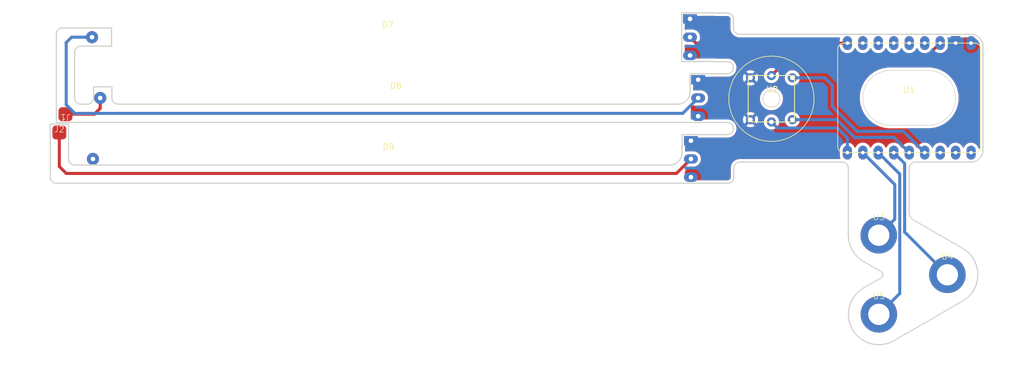
<source format=kicad_pcb>
(kicad_pcb (version 20240108) (generator "pcbnew") (generator_version "8.0")
  (layers (0 "F.Cu" signal) (31 "B.Cu" signal) (34 "B.Paste" user) (35 "F.Paste" user) (36 "B.SilkS" user "B.Silkscreen") (37 "F.SilkS" user "F.Silkscreen") (38 "B.Mask" user) (39 "F.Mask" user) (44 "Edge.Cuts" user))
  (net 0 "")
  (net 2 "Net-(U1-GPIO9)")
  (net 5 "Net-(D7-Din)")
  (net 8 "Net-(U1-GPIO8)")
  (net 12 "Net-(U1-GPIO11)")
  (net 13 "Net-(U1-GPIO10)")
  (net 14 "Net-(U1-GPIO12)")
  (net 15 "Net-(U1-3.3V)")
  (net 16 "Net-(U1-GPIO7)")
  (net 17 "Net-(D7-Dout)")
  (net 19 "Net-(D9-Din)")
  (net 20 "+5V")
  (net 21 "GND")
  (net 22 "Net-(D8-Dout)")
  (footprint "Waveshare_ESP32_S3_mini:LED strip ghost" (layer "F.Cu") (at 84.26 55.28)
    (property "Reference" "D7" (at 49.675 2 0) (layer "F.SilkS"))
    (property "Value" "~")
    (pad "1" thru_hole rect (at 99.35 1) (size 2.286 1.524) (drill 0.75) (layers "*.Cu" "*.Mask") (net 21 "GND"))
    (pad "2" thru_hole roundrect (at 99.35 7) (size 2.286 1.524) (drill 0.75) (layers "*.Cu" "*.Mask") (roundrect_rratio 0.5) (net 20 "+5V"))
    (pad "3" thru_hole roundrect (at 99.35 4) (size 2.286 1.524) (drill 0.75) (layers "*.Cu" "*.Mask") (roundrect_rratio 0.5) (net 5 "Net-(D7-Din)"))
    (pad "4" thru_hole circle (at 1.1 4) (size 2 2) (drill 0.75) (layers "*.Cu" "*.Mask") (net 17 "Net-(D7-Dout)"))
  )
  (footprint "Waveshare_ESP32_S3_mini:Cap touch sensor" (layer "F.Cu") (at 225.900678 98.321561)
    (property "Reference" "U4" (at 0 -3 0) (layer "F.SilkS") (effects (font (thickness 0.1))))
    (property "Value" "~")
    (pad "1" thru_hole circle (at 0 0) (size 6 6) (drill 3.5) (layers "*.Cu" "*.Mask") (net 13 "Net-(U1-GPIO10)"))
  )
  (footprint "Waveshare_ESP32_S3_mini:jumper pad" (layer "F.Cu") (at 80.987807 71.930681 180)
    (property "Reference" "J1" (at 0 -0.5 180) (layer "F.SilkS") (effects (font (thickness 0.1))))
    (property "Value" "~")
    (pad "1" smd roundrect (at 0 0 180) (size 2.286 2.286) (layers "F.Cu" "F.Paste" "F.Mask") (net 22 "Net-(D8-Dout)"))
  )
  (footprint "Waveshare_ESP32_S3_mini:jumper pad" (layer "F.Cu") (at 79.987807 74.930681)
    (property "Reference" "J2" (at 0 -0.5 0) (layer "F.SilkS") (effects (font (thickness 0.1))))
    (property "Value" "~")
    (pad "1" smd roundrect (at 0 0) (size 2.286 2.286) (layers "F.Cu" "F.Paste" "F.Mask") (net 19 "Net-(D9-Din)"))
  )
  (footprint "Waveshare_ESP32_S3_mini:LED strip ghost" (layer "F.Cu") (at 84.41 75.29)
    (property "Reference" "D9" (at 49.675 2 0) (layer "F.SilkS"))
    (property "Value" "~")
    (pad "1" thru_hole rect (at 99.35 1) (size 2.286 1.524) (drill 0.75) (layers "*.Cu" "*.Mask") (net 21 "GND"))
    (pad "2" thru_hole roundrect (at 99.35 7) (size 2.286 1.524) (drill 0.75) (layers "*.Cu" "*.Mask") (roundrect_rratio 0.5) (net 20 "+5V"))
    (pad "3" thru_hole roundrect (at 99.35 4) (size 2.286 1.524) (drill 0.75) (layers "*.Cu" "*.Mask") (roundrect_rratio 0.5) (net 19 "Net-(D9-Din)"))
    (pad "4" thru_hole circle (at 1.1 4) (size 2 2) (drill 0.75) (layers "*.Cu" "*.Mask"))
  )
  (footprint "Waveshare_ESP32_S3_mini:Cap touch sensor" (layer "F.Cu") (at 214.6219 91.821729)
    (property "Reference" "U3" (at 0 -3 0) (layer "F.SilkS") (effects (font (thickness 0.1))))
    (property "Value" "~")
    (pad "1" thru_hole circle (at 0 0) (size 6 6) (drill 3.5) (layers "*.Cu" "*.Mask") (net 8 "Net-(U1-GPIO8)"))
  )
  (footprint "Waveshare_ESP32_S3_mini:LED strip ghost" (layer "F.Cu") (at 85.6 65.27)
    (property "Reference" "D8" (at 49.675 2 0) (layer "F.SilkS"))
    (property "Value" "~")
    (pad "1" thru_hole rect (at 99.35 1) (size 2.286 1.524) (drill 0.75) (layers "*.Cu" "*.Mask") (net 21 "GND"))
    (pad "2" thru_hole roundrect (at 99.35 7) (size 2.286 1.524) (drill 0.75) (layers "*.Cu" "*.Mask") (roundrect_rratio 0.5) (net 20 "+5V"))
    (pad "3" thru_hole roundrect (at 99.35 4) (size 2.286 1.524) (drill 0.75) (layers "*.Cu" "*.Mask") (roundrect_rratio 0.5) (net 17 "Net-(D7-Dout)"))
    (pad "4" thru_hole circle (at 1.1 4) (size 2 2) (drill 0.75) (layers "*.Cu" "*.Mask") (net 22 "Net-(D8-Dout)"))
  )
  (footprint "Waveshare_ESP32_S3_mini:WS-ESP32-S3-Mini" (layer "F.Cu") (at 231.38 60.25 -90)
    (property "Reference" "U1" (at 7.7 11.8 0) (layer "F.SilkS"))
    (property "Value" "~")
    (fp_line (start 4.5 14.875) (end 4.5 8.625) (stroke (width 0.1)) (layer "Edge.Cuts"))
    (fp_line (start 13.5 8.625) (end 13.5 14.875) (stroke (width 0.1)) (layer "Edge.Cuts"))
    (fp_arc (start 9 19.375) (mid 5.818019 18.056981) (end 4.5 14.875) (stroke (width 0.1)) (layer "Edge.Cuts"))
    (fp_arc (start 13.5 14.875) (mid 12.181981 18.056981) (end 9 19.375) (stroke (width 0.1)) (layer "Edge.Cuts"))
    (fp_arc (start 4.5 8.625) (mid 5.818019 5.443019) (end 9 4.125) (stroke (width 0.1)) (layer "Edge.Cuts"))
    (fp_arc (start 9 4.125) (mid 12.181981 5.443019) (end 13.5 8.625) (stroke (width 0.1)) (layer "Edge.Cuts"))
    (pad "1" thru_hole roundrect (at 0 1.59 270) (size 2.286 1.524) (drill 0.6) (layers "*.Cu" "*.Mask") (roundrect_rratio 0.5) (net 20 "+5V"))
    (pad "2" thru_hole rect (at 0 4.13 270) (size 2.286 1.524) (drill 0.6) (layers "*.Cu" "*.Mask") (net 21 "GND"))
    (pad "3" thru_hole roundrect (at 0 6.67 270) (size 2.286 1.524) (drill 0.6) (layers "*.Cu" "*.Mask") (roundrect_rratio 0.5) (net 15 "Net-(U1-3.3V)"))
    (pad "4" thru_hole roundrect (at 0 9.21 270) (size 2.286 1.524) (drill 0.6) (layers "*.Cu" "*.Mask") (roundrect_rratio 0.5))
    (pad "5" thru_hole roundrect (at 0 11.75 270) (size 2.286 1.524) (drill 0.6) (layers "*.Cu" "*.Mask") (roundrect_rratio 0.5))
    (pad "6" thru_hole roundrect (at 0 14.29 270) (size 2.286 1.524) (drill 0.6) (layers "*.Cu" "*.Mask") (roundrect_rratio 0.5))
    (pad "7" thru_hole roundrect (at 0 16.83 270) (size 2.286 1.524) (drill 0.6) (layers "*.Cu" "*.Mask") (roundrect_rratio 0.5))
    (pad "8" thru_hole roundrect (at 0 19.37 270) (size 2.286 1.524) (drill 0.6) (layers "*.Cu" "*.Mask") (roundrect_rratio 0.5))
    (pad "9" thru_hole roundrect (at 0 21.91 270) (size 2.286 1.524) (drill 0.6) (layers "*.Cu" "*.Mask") (roundrect_rratio 0.5) (net 5 "Net-(D7-Din)"))
    (pad "10" thru_hole roundrect (at 18 1.59 270) (size 2.286 1.524) (drill 0.6) (layers "*.Cu" "*.Mask") (roundrect_rratio 0.5))
    (pad "11" thru_hole roundrect (at 18 4.13 270) (size 2.286 1.524) (drill 0.6) (layers "*.Cu" "*.Mask") (roundrect_rratio 0.5))
    (pad "12" thru_hole roundrect (at 18 6.67 270) (size 2.286 1.524) (drill 0.6) (layers "*.Cu" "*.Mask") (roundrect_rratio 0.5))
    (pad "13" thru_hole roundrect (at 18 9.21 270) (size 2.286 1.524) (drill 0.6) (layers "*.Cu" "*.Mask") (roundrect_rratio 0.5) (net 14 "Net-(U1-GPIO12)"))
    (pad "14" thru_hole roundrect (at 18 11.75 270) (size 2.286 1.524) (drill 0.6) (layers "*.Cu" "*.Mask") (roundrect_rratio 0.5) (net 12 "Net-(U1-GPIO11)"))
    (pad "15" thru_hole roundrect (at 18 14.29 270) (size 2.286 1.524) (drill 0.6) (layers "*.Cu" "*.Mask") (roundrect_rratio 0.5) (net 13 "Net-(U1-GPIO10)"))
    (pad "16" thru_hole roundrect (at 18 16.83 270) (size 2.286 1.524) (drill 0.6) (layers "*.Cu" "*.Mask") (roundrect_rratio 0.5) (net 2 "Net-(U1-GPIO9)"))
    (pad "17" thru_hole roundrect (at 18 19.37 270) (size 2.286 1.524) (drill 0.6) (layers "*.Cu" "*.Mask") (roundrect_rratio 0.5) (net 8 "Net-(U1-GPIO8)"))
    (pad "18" thru_hole roundrect (at 18 21.91 270) (size 2.286 1.524) (drill 0.6) (layers "*.Cu" "*.Mask") (roundrect_rratio 0.5) (net 16 "Net-(U1-GPIO7)"))
  )
  (footprint "Waveshare_ESP32_S3_mini:Cap touch sensor" (layer "F.Cu") (at 214.642682 104.821332)
    (property "Reference" "U5" (at 0 -3 0) (layer "F.SilkS") (effects (font (thickness 0.1))))
    (property "Value" "~")
    (pad "1" thru_hole circle (at 0 0) (size 6 6) (drill 3.5) (layers "*.Cu" "*.Mask") (net 2 "Net-(U1-GPIO9)"))
  )
  (footprint "Waveshare_ESP32_S3_mini:INMP441" (layer "F.Cu") (at 196.987807 69.395)
    (property "Reference" "U2" (at 0.1 -1.5 0) (layer "F.SilkS"))
    (property "Value" "~")
    (fp_circle (center 0 0) (end 1.4 0) (stroke (width 0.12)) (fill none) (layer "Edge.Cuts"))
    (pad "1" thru_hole circle (at -3.435 -3.435 270) (size 1.5 1.5) (drill 0.75) (layers "*.Cu" "*.Mask") (net 21 "GND"))
    (pad "2" thru_hole circle (at 0 -3.81 270) (size 1.5 1.5) (drill 0.75) (layers "*.Cu" "*.Mask") (net 15 "Net-(U1-3.3V)"))
    (pad "3" thru_hole circle (at 3.435 -3.435 270) (size 1.5 1.5) (drill 0.75) (layers "*.Cu" "*.Mask") (net 14 "Net-(U1-GPIO12)"))
    (pad "4" thru_hole circle (at -3.435 3.435 270) (size 1.5 1.5) (drill 0.75) (layers "*.Cu" "*.Mask") (net 21 "GND"))
    (pad "5" thru_hole circle (at 0 3.81 270) (size 1.5 1.5) (drill 0.75) (layers "*.Cu" "*.Mask") (net 16 "Net-(U1-GPIO7)"))
    (pad "6" thru_hole circle (at 3.435 3.435 270) (size 1.5 1.5) (drill 0.75) (layers "*.Cu" "*.Mask") (net 12 "Net-(U1-GPIO11)"))
  )
  (gr_poly (pts (xy 187.749052 55.302842) (xy 189.74893 55.302842) (xy 189.800401 55.304151) (xy 189.851195 55.308022) (xy 189.90125 55.314391) (xy 189.950503 55.323196) (xy 189.998891 55.334374) (xy 190.046352 55.347861) (xy 190.092823 55.363596) (xy 190.13824 55.381515) (xy 190.182541 55.401555) (xy 190.225663 55.423653) (xy 190.267543 55.447747) (xy 190.308119 55.473773) (xy 190.347327 55.501669) (xy 190.385105 55.531373) (xy 190.421389 55.562819) (xy 190.456118 55.595947) (xy 190.489228 55.630693) (xy 190.520656 55.666995) (xy 190.550339 55.704788) (xy 190.578215 55.744012) (xy 190.60422 55.784601) (xy 190.628293 55.826495) (xy 190.650369 55.869629) (xy 190.670387 55.913942) (xy 190.688283 55.959369) (xy 190.703995 56.005849) (xy 190.717459 56.053317) (xy 190.728613 56.101713) (xy 190.737394 56.150971) (xy 190.743738 56.201031) (xy 190.747585 56.251828) (xy 190.748869 56.3033) (xy 190.748869 57.80351) (xy 190.750146 57.854984) (xy 190.753984 57.905784) (xy 190.760322 57.955845) (xy 190.769097 58.005106) (xy 190.780245 58.053503) (xy 190.793705 58.100974) (xy 190.809412 58.147456) (xy 190.827304 58.192885) (xy 190.847319 58.237198) (xy 190.869393 58.280334) (xy 190.893463 58.322229) (xy 190.919467 58.36282) (xy 190.947342 58.402044) (xy 190.977025 58.439838) (xy 191.008453 58.47614) (xy 191.041563 58.510886) (xy 191.076293 58.544014) (xy 191.112579 58.575461) (xy 191.150358 58.605163) (xy 191.189569 58.633059) (xy 191.230147 58.659085) (xy 191.27203 58.683178) (xy 191.315155 58.705275) (xy 191.35946 58.725313) (xy 191.404881 58.74323) (xy 191.451356 58.758963) (xy 191.498821 58.772448) (xy 191.547214 58.783623) (xy 191.596473 58.792425) (xy 191.646533 58.798791) (xy 191.697332 58.802658) (xy 191.748808 58.803964) (xy 229.742857 58.803964) (xy 229.846079 58.806556) (xy 229.94791 58.814251) (xy 230.048227 58.826925) (xy 230.146907 58.844453) (xy 230.243826 58.866713) (xy 230.338859 58.89358) (xy 230.431884 58.924931) (xy 230.522776 58.960641) (xy 230.611413 59.000587) (xy 230.697669 59.044646) (xy 230.781421 59.092694) (xy 230.862546 59.144606) (xy 230.94092 59.200259) (xy 231.016419 59.259529) (xy 231.088919 59.322293) (xy 231.158297 59.388426) (xy 231.224429 59.457806) (xy 231.287191 59.530307) (xy 231.346459 59.605807) (xy 231.40211 59.684181) (xy 231.45402 59.765307) (xy 231.502066 59.849059) (xy 231.546122 59.935315) (xy 231.586067 60.02395) (xy 231.621776 60.114841) (xy 231.653124 60.207864) (xy 231.67999 60.302895) (xy 231.702248 60.39981) (xy 231.719776 60.498487) (xy 231.732448 60.5988) (xy 231.740143 60.700626) (xy 231.742735 60.803842) (xy 231.742735 77.804357) (xy 231.742068 77.856043) (xy 231.740085 77.907369) (xy 231.73681 77.958327) (xy 231.732268 78.008913) (xy 231.726484 78.059122) (xy 231.719484 78.108948) (xy 231.711292 78.158387) (xy 231.701933 78.207433) (xy 231.701933 78.207951) (xy 231.691372 78.256586) (xy 231.679637 78.304787) (xy 231.666748 78.352532) (xy 231.652724 78.399799) (xy 231.637583 78.446565) (xy 231.621347 78.492809) (xy 231.604033 78.538507) (xy 231.585661 78.583638) (xy 231.585661 78.584157) (xy 231.566224 78.62874) (xy 231.545747 78.672741) (xy 231.524245 78.716145) (xy 231.501732 78.758938) (xy 231.478224 78.801104) (xy 231.453736 78.842628) (xy 231.428283 78.883495) (xy 231.401881 78.92369) (xy 231.374544 78.963198) (xy 231.346288 79.002005) (xy 231.317127 79.040094) (xy 231.287078 79.077451) (xy 231.256154 79.114061) (xy 231.224372 79.149909) (xy 231.191747 79.18498) (xy 231.158293 79.219258) (xy 231.088915 79.285423) (xy 231.016419 79.348221) (xy 230.940927 79.40753) (xy 230.862562 79.463223) (xy 230.781448 79.515178) (xy 230.697707 79.563268) (xy 230.611462 79.607369) (xy 230.522837 79.647357) (xy 230.431954 79.683108) (xy 230.338936 79.714496) (xy 230.243907 79.741397) (xy 230.146989 79.763686) (xy 230.048305 79.781239) (xy 229.947978 79.793931) (xy 229.846131 79.801638) (xy 229.742888 79.804234) (xy 220.6239 79.804231) (xy 220.572438 79.805532) (xy 220.521651 79.809393) (xy 220.471603 79.815752) (xy 220.422356 79.824546) (xy 220.373973 79.835712) (xy 220.326516 79.849187) (xy 220.28005 79.864909) (xy 220.234636 79.882814) (xy 220.190337 79.90284) (xy 220.147216 79.924923) (xy 220.105337 79.949002) (xy 220.064761 79.975013) (xy 220.025552 80.002894) (xy 219.987773 80.032581) (xy 219.951486 80.064011) (xy 219.916754 80.097123) (xy 219.88364 80.131853) (xy 219.852208 80.168138) (xy 219.822519 80.205915) (xy 219.794636 80.245123) (xy 219.768624 80.285696) (xy 219.744543 80.327574) (xy 219.722458 80.370693) (xy 219.70243 80.41499) (xy 219.684523 80.460403) (xy 219.6688 80.506868) (xy 219.655324 80.554323) (xy 219.644157 80.602705) (xy 219.635362 80.651951) (xy 219.629002 80.701998) (xy 219.62514 80.752784) (xy 219.623839 80.804246) (xy 219.623625 88.07507) (xy 219.624432 88.123657) (xy 219.626845 88.171979) (xy 219.630845 88.220004) (xy 219.636414 88.267697) (xy 219.643531 88.315025) (xy 219.652178 88.361957) (xy 219.662336 88.408458) (xy 219.673985 88.454495) (xy 219.687107 88.500036) (xy 219.701681 88.545046) (xy 219.717689 88.589493) (xy 219.735112 88.633344) (xy 219.753931 88.676565) (xy 219.774125 88.719124) (xy 219.795678 88.760987) (xy 219.818568 88.802121) (xy 219.842776 88.842493) (xy 219.868285 88.88207) (xy 219.895074 88.920818) (xy 219.923124 88.958705) (xy 219.952417 88.995697) (xy 219.982932 89.031761) (xy 220.014652 89.066864) (xy 220.047556 89.100972) (xy 220.081625 89.134054) (xy 220.116841 89.166075) (xy 220.153184 89.197002) (xy 220.190634 89.226803) (xy 220.229174 89.255443) (xy 220.268783 89.28289) (xy 220.309443 89.309111) (xy 220.351134 89.334073) (xy 228.398771 93.971845) (xy 228.398253 93.972844) (xy 228.681625 94.148882) (xy 228.950544 94.341797) (xy 229.204483 94.550676) (xy 229.442914 94.774608) (xy 229.66531 95.01268) (xy 229.871143 95.26398) (xy 230.059887 95.527596) (xy 230.231013 95.802615) (xy 230.383994 96.088126) (xy 230.518302 96.383217) (xy 230.633411 96.686975) (xy 230.728792 96.998487) (xy 230.803918 97.316843) (xy 230.858263 97.641129) (xy 230.891297 97.970434) (xy 230.902495 98.303845) (xy 230.899725 98.470912) (xy 230.891435 98.637069) (xy 230.877692 98.802204) (xy 230.858561 98.966202) (xy 230.834108 99.12895) (xy 230.804399 99.290333) (xy 230.769499 99.450238) (xy 230.729475 99.60855) (xy 230.684391 99.765157) (xy 230.634314 99.919944) (xy 230.57931 100.072797) (xy 230.519444 100.223603) (xy 230.454781 100.372247) (xy 230.385389 100.518615) (xy 230.311332 100.662594) (xy 230.232676 100.80407) (xy 230.149487 100.94293) (xy 230.061831 101.079058) (xy 229.969773 101.212341) (xy 229.87338 101.342666) (xy 229.772716 101.469918) (xy 229.667849 101.593984) (xy 229.558842 101.714749) (xy 229.445763 101.8321) (xy 229.328677 101.945924) (xy 229.20765 102.056105) (xy 229.082748 102.162531) (xy 228.954035 102.265086) (xy 228.821579 102.363659) (xy 228.685444 102.458134) (xy 228.545697 102.548397) (xy 228.402403 102.634335) (xy 217.144163 109.133679) (xy 217.138182 109.124371) (xy 216.99499 109.204666) (xy 216.849519 109.280078) (xy 216.701893 109.350573) (xy 216.552241 109.416117) (xy 216.400688 109.476676) (xy 216.24736 109.532215) (xy 216.092383 109.582699) (xy 215.935885 109.628095) (xy 215.77799 109.668367) (xy 215.618826 109.703481) (xy 215.458519 109.733403) (xy 215.297195 109.758098) (xy 215.13498 109.777532) (xy 214.972001 109.79167) (xy 214.808384 109.800478) (xy 214.644255 109.803922) (xy 214.386939 109.797425) (xy 214.133002 109.778124) (xy 213.882756 109.746334) (xy 213.636517 109.702368) (xy 213.394598 109.64654) (xy 213.157314 109.579166) (xy 212.924978 109.500558) (xy 212.697906 109.411032) (xy 212.476411 109.310901) (xy 212.260807 109.20048) (xy 212.051409 109.080082) (xy 211.848532 108.950023) (xy 211.652488 108.810616) (xy 211.463592 108.662176) (xy 211.28216 108.505016) (xy 211.108504 108.339451) (xy 210.942938 108.165795) (xy 210.785779 107.984362) (xy 210.637338 107.795467) (xy 210.497931 107.599424) (xy 210.367872 107.396547) (xy 210.247475 107.187149) (xy 210.137054 106.971546) (xy 210.036924 106.750052) (xy 209.947398 106.52298) (xy 209.868791 106.290645) (xy 209.801417 106.053362) (xy 209.745591 105.811443) (xy 209.701626 105.565205) (xy 209.669836 105.31496) (xy 209.650537 105.061023) (xy 209.644041 104.803708) (xy 209.64726 104.636885) (xy 209.655981 104.470982) (xy 209.670137 104.306111) (xy 209.689663 104.142388) (xy 209.714494 103.979924) (xy 209.744563 103.818833) (xy 209.779805 103.659229) (xy 209.820154 103.501225) (xy 209.865545 103.344933) (xy 209.915912 103.190467) (xy 209.971188 103.037941) (xy 210.031309 102.887468) (xy 210.096209 102.739161) (xy 210.165821 102.593134) (xy 210.240081 102.449499) (xy 210.318922 102.30837) (xy 210.402279 102.16986) (xy 210.490086 102.034083) (xy 210.582277 101.901152) (xy 210.678787 101.771179) (xy 210.77955 101.64428) (xy 210.8845 101.520566) (xy 210.993572 101.400151) (xy 211.106699 101.283148) (xy 211.223817 101.169671) (xy 211.344858 101.059832) (xy 211.469759 100.953746) (xy 211.598452 100.851526) (xy 211.730872 100.753284) (xy 211.866954 100.659134) (xy 212.006632 100.569189) (xy 212.14984 100.483563) (xy 212.143828 100.47376) (xy 214.981261 98.835561) (xy 215.015724 98.814105) (xy 215.048428 98.790597) (xy 215.079307 98.765149) (xy 215.108299 98.737871) (xy 215.135338 98.708874) (xy 215.16036 98.67827) (xy 215.183302 98.64617) (xy 215.2041 98.612683) (xy 215.222689 98.577922) (xy 215.239005 98.541998) (xy 215.252984 98.505021) (xy 215.264562 98.467103) (xy 215.273675 98.428353) (xy 215.280259 98.388885) (xy 215.284249 98.348807) (xy 215.285582 98.308232) (xy 215.285237 98.28789) (xy 215.28422 98.267658) (xy 215.282539 98.247552) (xy 215.280202 98.227584) (xy 215.277216 98.207769) (xy 215.273589 98.18812) (xy 215.269331 98.168652) (xy 215.264448 98.149377) (xy 215.25895 98.130311) (xy 215.252843 98.111467) (xy 215.246136 98.092859) (xy 215.238836 98.074501) (xy 215.230953 98.056406) (xy 215.222494 98.038588) (xy 215.213466 98.021062) (xy 215.203879 98.003841) (xy 215.193739 97.98694) (xy 215.183056 97.970371) (xy 215.171836 97.954149) (xy 215.160089 97.938287) (xy 215.147822 97.9228) (xy 215.135043 97.907702) (xy 215.12176 97.893006) (xy 215.107981 97.878726) (xy 215.093714 97.864876) (xy 215.078968 97.85147) (xy 215.06375 97.838522) (xy 215.048068 97.826045) (xy 215.03193 97.814054) (xy 215.015345 97.802562) (xy 214.99832 97.791584) (xy 214.980864 97.781133) (xy 212.141753 96.144826) (xy 212.14276 96.142728) (xy 211.861673 95.969245) (xy 211.594683 95.779152) (xy 211.342309 95.573332) (xy 211.10507 95.352668) (xy 210.883486 95.118041) (xy 210.678074 94.870335) (xy 210.489355 94.610432) (xy 210.317846 94.339215) (xy 210.164069 94.057565) (xy 210.028541 93.766366) (xy 209.911782 93.4665) (xy 209.81431 93.158849) (xy 209.736646 92.844296) (xy 209.679307 92.523724) (xy 209.642813 92.198015) (xy 209.627684 91.868051) (xy 209.622679 91.868051) (xy 209.622679 80.803666) (xy 209.62145 80.754079) (xy 209.617785 80.704828) (xy 209.611718 80.655996) (xy 209.603284 80.607664) (xy 209.592516 80.559915) (xy 209.579448 80.51283) (xy 209.564114 80.466492) (xy 209.546549 80.420981) (xy 209.526786 80.376382) (xy 209.50486 80.332774) (xy 209.480804 80.290241) (xy 209.454653 80.248864) (xy 209.42644 80.208725) (xy 209.396199 80.169907) (xy 209.363965 80.132491) (xy 209.329771 80.096559) (xy 209.29384 80.062365) (xy 209.256424 80.030131) (xy 209.217606 79.999891) (xy 209.177467 79.971679) (xy 209.13609 79.945529) (xy 209.093557 79.921474) (xy 209.04995 79.89955) (xy 209.00535 79.879789) (xy 208.959841 79.862226) (xy 208.913503 79.846894) (xy 208.866419 79.833828) (xy 208.818671 79.823062) (xy 208.770341 79.814629) (xy 208.721511 79.808563) (xy 208.672263 79.804899) (xy 208.622679 79.80367) (xy 191.800993 79.80367) (xy 191.749537 79.804974) (xy 191.698757 79.808838) (xy 191.648714 79.815199) (xy 191.599473 79.823994) (xy 191.551097 79.835162) (xy 191.503646 79.848638) (xy 191.457186 79.86436) (xy 191.411778 79.882265) (xy 191.367486 79.90229) (xy 191.324371 79.924373) (xy 191.282498 79.948451) (xy 191.241928 79.97446) (xy 191.202725 80.002339) (xy 191.164951 80.032024) (xy 191.128669 80.063453) (xy 191.093943 80.096561) (xy 191.060834 80.131288) (xy 191.029406 80.16757) (xy 190.999721 80.205344) (xy 190.971843 80.244547) (xy 190.945833 80.285117) (xy 190.921756 80.32699) (xy 190.899673 80.370105) (xy 190.879648 80.414397) (xy 190.861743 80.459805) (xy 190.846021 80.506265) (xy 190.832545 80.553715) (xy 190.821378 80.602091) (xy 190.812583 80.651332) (xy 190.806222 80.701373) (xy 190.802358 80.752153) (xy 190.801054 80.803609) (xy 190.801054 82.283105) (xy 190.79975 82.33456) (xy 190.795887 82.385339) (xy 190.789526 82.43538) (xy 190.78073 82.48462) (xy 190.769563 82.532996) (xy 190.756087 82.580445) (xy 190.740365 82.626905) (xy 190.72246 82.672312) (xy 190.702435 82.716604) (xy 190.680353 82.759719) (xy 190.656275 82.801592) (xy 190.630266 82.842161) (xy 190.602387 82.881364) (xy 190.572703 82.919138) (xy 190.541274 82.95542) (xy 190.508166 82.990147) (xy 190.473439 83.023256) (xy 190.437157 83.054684) (xy 190.399384 83.084369) (xy 190.36018 83.112248) (xy 190.319611 83.138258) (xy 190.277737 83.162336) (xy 190.234623 83.184419) (xy 190.19033 83.204445) (xy 190.144922 83.22235) (xy 190.098462 83.238073) (xy 190.051012 83.251549) (xy 190.002635 83.262717) (xy 189.953394 83.271513) (xy 189.903352 83.277875) (xy 189.852572 83.281739) (xy 189.801115 83.283044) (xy 79.498295 83.283044) (xy 79.44684 83.281739) (xy 79.39606 83.277875) (xy 79.346018 83.271513) (xy 79.296778 83.262717) (xy 79.248402 83.251549) (xy 79.200952 83.238073) (xy 79.154492 83.22235) (xy 79.109084 83.204445) (xy 79.064792 83.184419) (xy 79.021678 83.162336) (xy 78.979804 83.138258) (xy 78.939235 83.112248) (xy 78.900031 83.084369) (xy 78.862258 83.054684) (xy 78.825976 83.023256) (xy 78.791249 82.990147) (xy 78.75814 82.95542) (xy 78.726712 82.919138) (xy 78.697027 82.881364) (xy 78.669148 82.842161) (xy 78.643138 82.801592) (xy 78.619061 82.759719) (xy 78.596978 82.716604) (xy 78.576952 82.672312) (xy 78.559047 82.626905) (xy 78.543325 82.580445) (xy 78.529849 82.532996) (xy 78.518681 82.48462) (xy 78.509885 82.43538) (xy 78.503524 82.385339) (xy 78.49966 82.33456) (xy 78.498356 82.283105) (xy 78.498356 73.553403) (xy 81.498173 73.553403) (xy 81.498173 73.783364) (xy 81.506974 73.783364) (xy 81.498173 74.283074) (xy 81.498173 79.282769) (xy 81.499477 79.334225) (xy 81.503341 79.385005) (xy 81.509702 79.435046) (xy 81.518498 79.484287) (xy 81.529665 79.532663) (xy 81.543142 79.580113) (xy 81.558864 79.626573) (xy 81.576769 79.671981) (xy 81.596794 79.716273) (xy 81.618878 79.759388) (xy 81.642955 79.801261) (xy 81.668965 79.841831) (xy 81.696844 79.881034) (xy 81.726529 79.918808) (xy 81.757957 79.95509) (xy 81.791066 79.989817) (xy 81.825793 80.022926) (xy 81.862074 80.054354) (xy 81.899848 80.084039) (xy 81.939051 80.111918) (xy 81.979621 80.137927) (xy 82.021495 80.162005) (xy 82.064609 80.184088) (xy 82.108901 80.204113) (xy 82.154309 80.222018) (xy 82.200769 80.23774) (xy 82.248219 80.251216) (xy 82.296595 80.262384) (xy 82.345835 80.271179) (xy 82.395877 80.27754) (xy 82.446657 80.281404) (xy 82.498112 80.282708) (xy 180.30094 80.282708) (xy 180.403851 80.280101) (xy 180.505411 80.272373) (xy 180.605494 80.25965) (xy 180.703975 80.242059) (xy 180.800727 80.219725) (xy 180.895626 80.192773) (xy 180.988546 80.161329) (xy 181.079361 80.125518) (xy 181.167945 80.085468) (xy 181.254173 80.041302) (xy 181.33792 79.993146) (xy 181.419059 79.941127) (xy 181.497464 79.88537) (xy 181.573012 79.826) (xy 181.645574 79.763143) (xy 181.715027 79.696925) (xy 181.781244 79.627472) (xy 181.8441 79.554908) (xy 181.903469 79.47936) (xy 181.959226 79.400954) (xy 182.011245 79.319814) (xy 182.059399 79.236067) (xy 182.103565 79.149839) (xy 182.143615 79.061254) (xy 182.179425 78.970438) (xy 182.210869 78.877518) (xy 182.23782 78.782619) (xy 182.260154 78.685866) (xy 182.277745 78.587385) (xy 182.290467 78.487301) (xy 182.298195 78.385741) (xy 182.300803 78.28283) (xy 182.300803 75.283013) (xy 189.763396 75.283013) (xy 189.814143 75.281482) (xy 189.864216 75.277437) (xy 189.913554 75.270941) (xy 189.962095 75.262054) (xy 190.009778 75.250839) (xy 190.056541 75.237357) (xy 190.102324 75.221671) (xy 190.147064 75.203841) (xy 190.190699 75.183929) (xy 190.23317 75.161998) (xy 190.274414 75.138109) (xy 190.31437 75.112323) (xy 190.352976 75.084703) (xy 190.390171 75.055309) (xy 190.425893 75.024205) (xy 190.460081 74.991451) (xy 190.492675 74.957109) (xy 190.523611 74.921241) (xy 190.552829 74.883909) (xy 190.580267 74.845173) (xy 190.605864 74.805097) (xy 190.629559 74.763742) (xy 190.65129 74.721169) (xy 190.670995 74.677441) (xy 190.688614 74.632618) (xy 190.704084 74.586763) (xy 190.717344 74.539937) (xy 190.728333 74.492203) (xy 190.73699 74.443621) (xy 190.743253 74.394253) (xy 190.74706 74.344162) (xy 190.74835 74.293408) (xy 190.74835 74.271192) (xy 190.746 74.221249) (xy 190.74122 74.171995) (xy 190.734069 74.123487) (xy 190.724608 74.075783) (xy 190.712896 74.028942) (xy 190.698993 73.983022) (xy 190.682957 73.938082) (xy 190.66485 73.894179) (xy 190.644729 73.851371) (xy 190.622655 73.809718) (xy 190.598687 73.769277) (xy 190.572886 73.730107) (xy 190.545309 73.692266) (xy 190.516018 73.655812) (xy 190.485071 73.620804) (xy 190.452528 73.587299) (xy 190.418449 73.555356) (xy 190.382893 73.525034) (xy 190.34592 73.49639) (xy 190.307589 73.469483) (xy 190.26796 73.444371) (xy 190.227092 73.421113) (xy 190.185045 73.399766) (xy 190.141879 73.38039) (xy 190.097653 73.363041) (xy 190.052427 73.347779) (xy 190.00626 73.334662) (xy 189.959211 73.323748) (xy 189.911341 73.315096) (xy 189.862708 73.308763) (xy 189.813374 73.304807) (xy 189.763396 73.303289) (xy 183.623205 73.303289) (xy 183.623205 73.283139) (xy 79.498812 73.283139) (xy 79.498812 58.761546) (xy 79.500116 58.710091) (xy 79.50398 58.659312) (xy 79.510341 58.609271) (xy 79.519137 58.560032) (xy 79.530304 58.511656) (xy 79.543781 58.464207) (xy 79.559503 58.417747) (xy 79.577408 58.37234) (xy 79.597433 58.328048) (xy 79.619517 58.284934) (xy 79.643594 58.243061) (xy 79.669604 58.202491) (xy 79.697483 58.163288) (xy 79.727168 58.125514) (xy 79.758596 58.089233) (xy 79.791705 58.054506) (xy 79.826432 58.021397) (xy 79.862713 57.989969) (xy 79.900487 57.960284) (xy 79.93969 57.932405) (xy 79.98026 57.906395) (xy 80.022134 57.882317) (xy 80.065248 57.860234) (xy 80.10954 57.840208) (xy 80.154948 57.822303) (xy 80.201408 57.80658) (xy 80.248857 57.793104) (xy 80.297234 57.781936) (xy 80.346474 57.77314) (xy 80.396516 57.766778) (xy 80.447296 57.762914) (xy 80.498751 57.761609) (xy 88.561308 57.761609) (xy 88.561308 60.761945) (xy 83.498568 60.761945) (xy 83.447113 60.763249) (xy 83.396333 60.767112) (xy 83.346292 60.773474) (xy 83.297051 60.782269) (xy 83.248675 60.793436) (xy 83.201226 60.806912) (xy 83.154766 60.822634) (xy 83.109358 60.84054) (xy 83.065066 60.860565) (xy 83.021951 60.882648) (xy 82.980078 60.906726) (xy 82.939508 60.932735) (xy 82.900305 60.960614) (xy 82.862531 60.990299) (xy 82.826249 61.021727) (xy 82.791523 61.054836) (xy 82.758413 61.089563) (xy 82.726985 61.125845) (xy 82.6973 61.163619) (xy 82.669421 61.202822) (xy 82.643412 61.243392) (xy 82.619334 61.285265) (xy 82.597251 61.32838) (xy 82.577225 61.372672) (xy 82.55932 61.41808) (xy 82.543598 61.46454) (xy 82.530121 61.511989) (xy 82.518954 61.560366) (xy 82.510158 61.609607) (xy 82.503797 61.659648) (xy 82.499933 61.710428) (xy 82.498629 61.761884) (xy 82.498629 69.282872) (xy 82.499933 69.334327) (xy 82.503797 69.385106) (xy 82.510158 69.435147) (xy 82.518954 69.484387) (xy 82.530121 69.532763) (xy 82.543598 69.580213) (xy 82.55932 69.626672) (xy 82.577225 69.67208) (xy 82.597251 69.716372) (xy 82.619334 69.759486) (xy 82.643412 69.801359) (xy 82.669421 69.841929) (xy 82.6973 69.881132) (xy 82.726985 69.918906) (xy 82.758413 69.955187) (xy 82.791523 69.989914) (xy 82.826249 70.023023) (xy 82.862531 70.054451) (xy 82.900305 70.084136) (xy 82.939508 70.112015) (xy 82.980078 70.138025) (xy 83.021951 70.162103) (xy 83.065066 70.184186) (xy 83.109358 70.204212) (xy 83.154766 70.222118) (xy 83.201226 70.23784) (xy 83.248675 70.251316) (xy 83.297051 70.262484) (xy 83.346292 70.27128) (xy 83.396333 70.277642) (xy 83.447113 70.281507) (xy 83.498568 70.282811) (xy 84.623049 70.282811) (xy 84.674504 70.281507) (xy 84.725284 70.277643) (xy 84.775325 70.271282) (xy 84.824565 70.262487) (xy 84.872942 70.251319) (xy 84.920391 70.237843) (xy 84.966851 70.222121) (xy 85.012259 70.204216) (xy 85.056551 70.184191) (xy 85.099665 70.162108) (xy 85.141539 70.13803) (xy 85.182108 70.112021) (xy 85.221311 70.084142) (xy 85.259085 70.054457) (xy 85.295367 70.023029) (xy 85.330094 69.98992) (xy 85.363203 69.955193) (xy 85.394631 69.918911) (xy 85.424316 69.881137) (xy 85.452195 69.841934) (xy 85.478204 69.801364) (xy 85.502282 69.759491) (xy 85.524365 69.716376) (xy 85.544391 69.672084) (xy 85.562296 69.626676) (xy 85.578019 69.580216) (xy 85.591495 69.532767) (xy 85.602662 69.48439) (xy 85.611458 69.435149) (xy 85.61782 69.385108) (xy 85.621684 69.334328) (xy 85.622988 69.282872) (xy 85.622988 67.431821) (xy 88.62332 67.431821) (xy 88.62332 69.282872) (xy 88.624624 69.334328) (xy 88.628488 69.385108) (xy 88.63485 69.435149) (xy 88.643646 69.48439) (xy 88.654813 69.532767) (xy 88.668289 69.580216) (xy 88.684012 69.626676) (xy 88.701917 69.672084) (xy 88.721943 69.716376) (xy 88.744026 69.759491) (xy 88.768103 69.801364) (xy 88.794113 69.841934) (xy 88.821992 69.881137) (xy 88.851677 69.918911) (xy 88.883105 69.955193) (xy 88.916214 69.98992) (xy 88.950941 70.023029) (xy 88.987223 70.054457) (xy 89.024996 70.084142) (xy 89.0642 70.112021) (xy 89.104769 70.13803) (xy 89.146643 70.162108) (xy 89.189757 70.184191) (xy 89.234049 70.204216) (xy 89.279457 70.222121) (xy 89.325917 70.237843) (xy 89.373366 70.251319) (xy 89.421742 70.262487) (xy 89.470983 70.271282) (xy 89.521024 70.277643) (xy 89.571804 70.281507) (xy 89.623259 70.282811) (xy 181.623343 70.282811) (xy 181.726254 70.280203) (xy 181.827814 70.272474) (xy 181.927897 70.259751) (xy 182.026378 70.24216) (xy 182.12313 70.219825) (xy 182.218029 70.192872) (xy 182.310949 70.161428) (xy 182.401764 70.125617) (xy 182.490348 70.085566) (xy 182.576576 70.0414) (xy 182.660323 69.993244) (xy 182.741462 69.941225) (xy 182.819867 69.885467) (xy 182.895414 69.826097) (xy 182.967977 69.76324) (xy 183.03743 69.697022) (xy 183.103647 69.627569) (xy 183.166503 69.555005) (xy 183.225872 69.479458) (xy 183.281629 69.401051) (xy 183.333648 69.319912) (xy 183.381802 69.236165) (xy 183.425968 69.149937) (xy 183.466018 69.061352) (xy 183.501828 68.970538) (xy 183.533272 68.877618) (xy 183.560223 68.782719) (xy 183.582557 68.685966) (xy 183.600148 68.587486) (xy 183.61287 68.487403) (xy 183.620598 68.385844) (xy 183.623205 68.282933) (xy 183.623205 65.283116) (xy 189.763396 65.283116) (xy 189.813374 65.281639) (xy 189.862708 65.27772) (xy 189.911341 65.271418) (xy 189.959211 65.262792) (xy 190.00626 65.2519) (xy 190.052427 65.238801) (xy 190.097653 65.223553) (xy 190.141879 65.206215) (xy 190.185045 65.186846) (xy 190.227092 65.165503) (xy 190.26796 65.142245) (xy 190.307589 65.117132) (xy 190.34592 65.090221) (xy 190.382893 65.061571) (xy 190.418449 65.031241) (xy 190.452528 64.999288) (xy 190.485071 64.965772) (xy 190.516018 64.930751) (xy 190.545309 64.894284) (xy 190.572886 64.856429) (xy 190.598687 64.817244) (xy 190.622655 64.776789) (xy 190.644729 64.735122) (xy 190.66485 64.6923) (xy 190.682957 64.648384) (xy 190.698993 64.60343) (xy 190.712896 64.557499) (xy 190.724608 64.510648) (xy 190.734069 64.462935) (xy 190.74122 64.41442) (xy 190.746 64.365162) (xy 190.74835 64.315217) (xy 190.74835 64.292996) (xy 190.74706 64.242245) (xy 190.743253 64.192157) (xy 190.73699 64.142794) (xy 190.728333 64.094217) (xy 190.717344 64.046489) (xy 190.704084 63.999671) (xy 190.688614 63.953824) (xy 190.670995 63.90901) (xy 190.65129 63.86529) (xy 190.629559 63.822726) (xy 190.605864 63.78138) (xy 190.580267 63.741313) (xy 190.552829 63.702587) (xy 190.523611 63.665263) (xy 190.492675 63.629403) (xy 190.460081 63.595068) (xy 190.425893 63.56232) (xy 190.390171 63.53122) (xy 190.352976 63.501831) (xy 190.31437 63.474213) (xy 190.274414 63.448428) (xy 190.23317 63.424538) (xy 190.190699 63.402605) (xy 190.147064 63.382689) (xy 190.102324 63.364852) (xy 190.056541 63.349157) (xy 190.009778 63.335664) (xy 189.962095 63.324435) (xy 189.913554 63.315532) (xy 189.864216 63.309016) (xy 189.814143 63.304948) (xy 189.763396 63.303391) (xy 187.748015 63.303391) (xy 187.748015 63.282201) (xy 182.248099 63.282201) (xy 182.248099 55.282172) (xy 187.748015 55.281655)) (stroke (width 0.2) (color 255 0 0 0.9921568627)) (fill none) (layer "Edge.Cuts"))
  (segment (start 218.0719 101.392114) (end 214.642682 104.821332) (width 0.5) (layer "B.Cu") (net 2))
  (segment (start 214.55 78.25) (end 218.0719 81.7719) (width 0.5) (layer "B.Cu") (net 2))
  (segment (start 218.0719 81.7719) (end 218.0719 101.392114) (width 0.5) (layer "B.Cu") (net 2))
  (segment (start 209.47 60.25) (end 184.58 60.25) (width 0.5) (layer "F.Cu") (net 5))
  (segment (start 184.58 60.25) (end 183.61 59.28) (width 0.5) (layer "F.Cu") (net 5))
  (segment (start 214.6219 91.821729) (end 217.25 89.193629) (width 0.5) (layer "B.Cu") (net 8))
  (segment (start 217.25 83.49) (end 212.01 78.25) (width 0.5) (layer "B.Cu") (net 8))
  (segment (start 217.25 89.193629) (end 217.25 83.49) (width 0.5) (layer "B.Cu") (net 8))
  (segment (start 210.657126 75.75) (end 207.737126 72.83) (width 0.5) (layer "B.Cu") (net 12))
  (segment (start 217.13 75.75) (end 210.657126 75.75) (width 0.5) (layer "B.Cu") (net 12))
  (segment (start 207.737126 72.83) (end 200.422807 72.83) (width 0.5) (layer "B.Cu") (net 12))
  (segment (start 219.63 78.25) (end 217.13 75.75) (width 0.5) (layer "B.Cu") (net 12))
  (segment (start 218.873625 80.033625) (end 218.873625 91.294508) (width 0.5) (layer "B.Cu") (net 13))
  (segment (start 218.873625 91.294508) (end 225.900678 98.321561) (width 0.5) (layer "B.Cu") (net 13))
  (segment (start 217.09 78.25) (end 218.873625 80.033625) (width 0.5) (layer "B.Cu") (net 13))
  (segment (start 207 67.178141) (end 207 70.6875) (width 0.5) (layer "B.Cu") (net 14))
  (segment (start 207 70.6875) (end 211.0625 74.75) (width 0.5) (layer "B.Cu") (net 14))
  (segment (start 200.422807 65.96) (end 205.781859 65.96) (width 0.5) (layer "B.Cu") (net 14))
  (segment (start 211.0625 74.75) (end 218.67 74.75) (width 0.5) (layer "B.Cu") (net 14))
  (segment (start 218.67 74.75) (end 222.17 78.25) (width 0.5) (layer "B.Cu") (net 14))
  (segment (start 205.781859 65.96) (end 207 67.178141) (width 0.5) (layer "B.Cu") (net 14))
  (segment (start 196.987807 65.585) (end 200.392126 62.180681) (width 0.5) (layer "F.Cu") (net 15))
  (segment (start 200.392126 62.180681) (end 222.779319 62.180681) (width 0.5) (layer "F.Cu") (net 15))
  (segment (start 222.779319 62.180681) (end 224.71 60.25) (width 0.5) (layer "F.Cu") (net 15))
  (segment (start 197.983488 74.200681) (end 196.987807 73.205) (width 0.5) (layer "B.Cu") (net 16))
  (segment (start 207.827807 74.200681) (end 197.983488 74.200681) (width 0.5) (layer "B.Cu") (net 16))
  (segment (start 209.47 78.25) (end 209.47 75.842874) (width 0.5) (layer "B.Cu") (net 16))
  (segment (start 209.47 75.842874) (end 207.827807 74.200681) (width 0.5) (layer "B.Cu") (net 16))
  (segment (start 82.527807 71.800681) (end 182.419319 71.800681) (width 0.5) (layer "B.Cu") (net 17))
  (segment (start 182.419319 71.800681) (end 184.95 69.27) (width 0.5) (layer "B.Cu") (net 17))
  (segment (start 81.117807 60.160681) (end 81.117807 70.390681) (width 0.5) (layer "B.Cu") (net 17))
  (segment (start 81.998488 59.28) (end 81.117807 60.160681) (width 0.5) (layer "B.Cu") (net 17))
  (segment (start 81.117807 70.390681) (end 82.527807 71.800681) (width 0.5) (layer "B.Cu") (net 17))
  (segment (start 84.26 59.28) (end 81.998488 59.28) (width 0.5) (layer "B.Cu") (net 17))
  (segment (start 79.987807 74.930681) (end 79.987807 80.530681) (width 0.5) (layer "F.Cu") (net 19))
  (segment (start 181.379319 81.670681) (end 183.76 79.29) (width 0.5) (layer "F.Cu") (net 19))
  (segment (start 81.127807 81.670681) (end 181.379319 81.670681) (width 0.5) (layer "F.Cu") (net 19))
  (segment (start 79.987807 80.530681) (end 81.127807 81.670681) (width 0.5) (layer "F.Cu") (net 19))
  (segment (start 86.7 69.27) (end 86.7 70.968488) (width 0.5) (layer "F.Cu") (net 22))
  (segment (start 86.422521 69.27) (end 86.402178 69.290343) (width 0.5) (layer "F.Cu") (net 22))
  (segment (start 86.7 70.968488) (end 85.737807 71.930681) (width 0.5) (layer "F.Cu") (net 22))
  (segment (start 80.987807 71.930681) (end 85.737807 71.930681) (width 0.5) (layer "F.Cu") (net 22))
  (zone (net 0) (net_name "") (layer "F.Cu") (name "GND") (connect_pads (clearance 0)) (min_thickness 0.25)
    (keepout (tracks not_allowed) (vias not_allowed) (pads not_allowed) (copperpour not_allowed) (footprints allowed))
    (fill (thermal_gap 0.5) (thermal_bridge_width 0.5))
    (polygon (pts (xy 199.987807 58.180681) (xy 199.987807 62.680681) (xy 210.987807 62.680681) (xy 210.987807 58.180681)))
  )
  (zone (net 0) (net_name "") (layer "F.Cu") (name "keep out") (connect_pads (clearance 0)) (min_thickness 0.25)
    (keepout (tracks not_allowed) (vias not_allowed) (pads not_allowed) (copperpour not_allowed) (footprints allowed))
    (fill (thermal_gap 0.5) (thermal_bridge_width 0.5))
    (polygon (pts (xy 209 77.5) (xy 220.5 77.5) (xy 220.5 86.25) (xy 238.5 95.25) (xy 238 107) (xy 214.25 114) (xy 209 113.25)))
  )
  (zone (net 20) (net_name "+5V") (layers "F&B.Cu") (connect_pads (clearance 0.5)) (min_thickness 0.25) (fill yes (thermal_gap 0.5) (thermal_bridge_width 0.5) (island_removal_mode 1) (island_area_min 10))
    (polygon (pts (xy 187.747556 55.259168) (xy 189.747418 55.259168) (xy 189.79889 55.260477) (xy 189.849685 55.264348) (xy 189.899742 55.270717) (xy 189.948996 55.279522) (xy 189.997385 55.290699) (xy 190.044847 55.304187) (xy 190.091318 55.319921) (xy 190.136736 55.33784) (xy 190.181038 55.357879) (xy 190.224161 55.379977) (xy 190.266042 55.404071) (xy 190.306618 55.430097) (xy 190.345826 55.457993) (xy 190.383604 55.487695) (xy 190.419889 55.519142) (xy 190.454618 55.552269) (xy 190.487727 55.587015) (xy 190.519155 55.623316) (xy 190.548838 55.66111) (xy 190.576714 55.700332) (xy 190.602719 55.740922) (xy 190.626791 55.782815) (xy 190.648867 55.825949) (xy 190.668884 55.870261) (xy 190.686779 55.915688) (xy 190.70249 55.962168) (xy 190.715953 56.009636) (xy 190.727106 56.058031) (xy 190.735885 56.10729) (xy 190.742229 56.157349) (xy 190.746074 56.208146) (xy 190.747357 56.259618) (xy 190.747357 57.759788) (xy 190.748635 57.811263) (xy 190.752475 57.862062) (xy 190.758814 57.912124) (xy 190.76759 57.961385) (xy 190.778739 58.009783) (xy 190.7922 58.057254) (xy 190.807908 58.103735) (xy 190.825801 58.149164) (xy 190.845816 58.193478) (xy 190.867891 58.236614) (xy 190.891962 58.278509) (xy 190.917966 58.3191) (xy 190.945841 58.358324) (xy 190.975525 58.396119) (xy 191.006953 58.432421) (xy 191.040063 58.467167) (xy 191.074792 58.500296) (xy 191.111078 58.531743) (xy 191.148857 58.561445) (xy 191.188067 58.589341) (xy 191.228645 58.615367) (xy 191.270528 58.63946) (xy 191.313653 58.661557) (xy 191.357957 58.681596) (xy 191.403377 58.699513) (xy 191.449851 58.715246) (xy 191.497315 58.728731) (xy 191.545708 58.739906) (xy 191.594965 58.748709) (xy 191.645024 58.755075) (xy 191.695822 58.758942) (xy 191.747296 58.760248) (xy 229.741361 58.760248) (xy 229.844581 58.76284) (xy 229.946411 58.770535) (xy 230.046727 58.783209) (xy 230.145406 58.800737) (xy 230.242323 58.822996) (xy 230.337356 58.849863) (xy 230.43038 58.881213) (xy 230.521271 58.916923) (xy 230.609906 58.956869) (xy 230.696162 59.000928) (xy 230.779913 59.048975) (xy 230.861038 59.100886) (xy 230.939411 59.156539) (xy 231.014909 59.215809) (xy 231.087409 59.278572) (xy 231.156787 59.344705) (xy 231.222918 59.414084) (xy 231.28568 59.486585) (xy 231.344948 59.562085) (xy 231.400599 59.640459) (xy 231.452509 59.721584) (xy 231.500554 59.805336) (xy 231.544611 59.891591) (xy 231.584555 59.980226) (xy 231.620264 60.071117) (xy 231.651613 60.164139) (xy 231.678478 60.25917) (xy 231.700736 60.356086) (xy 231.718264 60.454762) (xy 231.730937 60.555076) (xy 231.738631 60.656902) (xy 231.741223 60.760118) (xy 231.741223 77.760118) (xy 231.738631 77.86334) (xy 231.730937 77.965171) (xy 231.718264 78.065488) (xy 231.700736 78.164168) (xy 231.678478 78.261087) (xy 231.651613 78.35612) (xy 231.620264 78.449145) (xy 231.584555 78.540038) (xy 231.544611 78.628674) (xy 231.500554 78.71493) (xy 231.452509 78.798683) (xy 231.400599 78.879808) (xy 231.344948 78.958182) (xy 231.28568 79.033681) (xy 231.222918 79.106181) (xy 231.156787 79.17556) (xy 231.087409 79.241692) (xy 231.014909 79.304454) (xy 230.939411 79.363722) (xy 230.861038 79.419374) (xy 230.779913 79.471284) (xy 230.696162 79.519329) (xy 230.609906 79.563386) (xy 230.521271 79.603331) (xy 230.43038 79.63904) (xy 230.337356 79.670389) (xy 230.242323 79.697254) (xy 230.145406 79.719513) (xy 230.046727 79.73704) (xy 229.946411 79.749713) (xy 229.844581 79.757408) (xy 229.741361 79.76) (xy 191.8 79.76) (xy 191.748544 79.761304) (xy 191.697763 79.765168) (xy 191.647721 79.771529) (xy 191.59848 79.780324) (xy 191.550103 79.791492) (xy 191.502653 79.804968) (xy 191.456193 79.82069) (xy 191.410785 79.838595) (xy 191.366493 79.85862) (xy 191.323378 79.880703) (xy 191.281505 79.904781) (xy 191.240935 79.93079) (xy 191.201732 79.958669) (xy 191.163958 79.988354) (xy 191.127676 80.019782) (xy 191.09295 80.052891) (xy 191.059841 80.087618) (xy 191.028413 80.1239) (xy 190.998728 80.161674) (xy 190.97085 80.200877) (xy 190.94484 80.241447) (xy 190.920763 80.28332) (xy 190.89868 80.326435) (xy 190.878655 80.370727) (xy 190.86075 80.416135) (xy 190.845028 80.462595) (xy 190.831552 80.510045) (xy 190.820385 80.558421) (xy 190.81159 80.607662) (xy 190.805229 80.657703) (xy 190.801365 80.708483) (xy 190.800061 80.759939) (xy 190.800061 82.239427) (xy 190.798757 82.290882) (xy 190.794894 82.341661) (xy 190.788533 82.391702) (xy 190.779737 82.440942) (xy 190.76857 82.489318) (xy 190.755094 82.536768) (xy 190.739372 82.583227) (xy 190.721467 82.628635) (xy 190.701442 82.672927) (xy 190.679359 82.716041) (xy 190.655282 82.757914) (xy 190.629273 82.798484) (xy 190.601394 82.837687) (xy 190.571709 82.87546) (xy 190.540281 82.911742) (xy 190.507172 82.946469) (xy 190.472446 82.979578) (xy 190.436164 83.011006) (xy 190.39839 83.040691) (xy 190.359187 83.06857) (xy 190.318618 83.09458) (xy 190.276744 83.118658) (xy 190.23363 83.140741) (xy 190.189337 83.160767) (xy 190.143929 83.178673) (xy 190.097469 83.194395) (xy 190.050019 83.207871) (xy 190.001642 83.219039) (xy 189.952401 83.227835) (xy 189.902359 83.234197) (xy 189.851578 83.238062) (xy 189.800122 83.239366) (xy 79.497296 83.239366) (xy 79.445841 83.238062) (xy 79.395061 83.234197) (xy 79.34502 83.227835) (xy 79.295779 83.219039) (xy 79.247403 83.207871) (xy 79.199953 83.194395) (xy 79.153493 83.178673) (xy 79.108086 83.160767) (xy 79.063793 83.140741) (xy 79.020679 83.118658) (xy 78.978806 83.09458) (xy 78.938236 83.06857) (xy 78.899033 83.040691) (xy 78.861259 83.011006) (xy 78.824977 82.979578) (xy 78.79025 82.946469) (xy 78.757141 82.911742) (xy 78.725713 82.87546) (xy 78.696028 82.837687) (xy 78.668149 82.798484) (xy 78.64214 82.757914) (xy 78.618062 82.716041) (xy 78.595979 82.672927) (xy 78.575953 82.628635) (xy 78.558048 82.583227) (xy 78.542326 82.536768) (xy 78.52885 82.489318) (xy 78.517682 82.440942) (xy 78.508887 82.391702) (xy 78.502525 82.341661) (xy 78.498661 82.290882) (xy 78.497357 82.239427) (xy 78.497357 73.509725) (xy 81.497174 73.509725) (xy 81.497174 73.739687) (xy 81.505975 73.739687) (xy 81.497174 74.239408) (xy 81.497174 79.239099) (xy 81.498478 79.290555) (xy 81.502342 79.341335) (xy 81.508704 79.391376) (xy 81.517499 79.440617) (xy 81.528667 79.488993) (xy 81.542143 79.536443) (xy 81.557865 79.582903) (xy 81.57577 79.628311) (xy 81.595796 79.672603) (xy 81.617879 79.715718) (xy 81.641957 79.757591) (xy 81.667966 79.798161) (xy 81.695845 79.837364) (xy 81.72553 79.875138) (xy 81.756958 79.91142) (xy 81.790067 79.946147) (xy 81.824794 79.979256) (xy 81.861076 80.010684) (xy 81.898849 80.040369) (xy 81.938053 80.068248) (xy 81.978622 80.094257) (xy 82.020496 80.118335) (xy 82.06361 80.140418) (xy 82.107902 80.160443) (xy 82.15331 80.178348) (xy 82.19977 80.19407) (xy 82.24722 80.207546) (xy 82.295596 80.218714) (xy 82.344836 80.227509) (xy 82.394878 80.23387) (xy 82.445658 80.237734) (xy 82.497113 80.239038) (xy 180.299924 80.239038) (xy 180.402835 80.23643) (xy 180.504395 80.228703) (xy 180.604478 80.21598) (xy 180.702959 80.198389) (xy 180.799712 80.176055) (xy 180.894612 80.149103) (xy 180.987532 80.117659) (xy 181.078347 80.081848) (xy 181.166932 80.041797) (xy 181.253161 79.997631) (xy 181.336908 79.949476) (xy 181.418047 79.897457) (xy 181.496454 79.841699) (xy 181.572002 79.782329) (xy 181.644565 79.719473) (xy 181.714019 79.653255) (xy 181.780237 79.583801) (xy 181.843093 79.511237) (xy 181.902463 79.435689) (xy 181.958221 79.357283) (xy 182.01024 79.276143) (xy 182.058395 79.192396) (xy 182.102561 79.106167) (xy 182.142612 79.017582) (xy 182.178422 78.926766) (xy 182.209866 78.833846) (xy 182.236818 78.738946) (xy 182.259153 78.642193) (xy 182.276744 78.543712) (xy 182.289466 78.443628) (xy 182.297194 78.342068) (xy 182.299802 78.239156) (xy 182.299802 75.239336) (xy 189.762403 75.239336) (xy 189.813148 75.237804) (xy 189.86322 75.233759) (xy 189.912557 75.227262) (xy 189.961097 75.218375) (xy 190.008779 75.20716) (xy 190.055541 75.193679) (xy 190.101323 75.177992) (xy 190.146062 75.160162) (xy 190.189697 75.140251) (xy 190.232167 75.11832) (xy 190.27341 75.094431) (xy 190.313366 75.068645) (xy 190.351971 75.041025) (xy 190.389166 75.011632) (xy 190.424888 74.980527) (xy 190.459077 74.947774) (xy 190.49167 74.913432) (xy 190.522606 74.877564) (xy 190.551825 74.840232) (xy 190.579263 74.801497) (xy 190.604861 74.761422) (xy 190.628556 74.720067) (xy 190.650287 74.677494) (xy 190.669993 74.633766) (xy 190.687613 74.588943) (xy 190.703084 74.543089) (xy 190.716345 74.496263) (xy 190.727335 74.448528) (xy 190.735993 74.399946) (xy 190.742257 74.350579) (xy 190.746066 74.300488) (xy 190.747357 74.249735) (xy 190.747357 74.227533) (xy 190.745007 74.177591) (xy 190.740226 74.128336) (xy 190.733076 74.079828) (xy 190.723615 74.032125) (xy 190.711902 73.985284) (xy 190.697998 73.939364) (xy 190.681963 73.894423) (xy 190.663854 73.85052) (xy 190.643733 73.807713) (xy 190.621659 73.76606) (xy 190.597691 73.725619) (xy 190.571889 73.686449) (xy 190.544312 73.648608) (xy 190.51502 73.612154) (xy 190.484073 73.577145) (xy 190.451529 73.543641) (xy 190.41745 73.511698) (xy 190.381894 73.481376) (xy 190.34492 73.452732) (xy 190.306589 73.425825) (xy 190.26696 73.400714) (xy 190.226092 73.377456) (xy 190.184046 73.356109) (xy 190.14088 73.336733) (xy 190.096654 73.319384) (xy 190.051428 73.304123) (xy 190.005261 73.291006) (xy 189.958214 73.280092) (xy 189.910344 73.27144) (xy 189.861713 73.265107) (xy 189.812379 73.261152) (xy 189.762403 73.259634) (xy 183.622205 73.259634) (xy 183.622205 73.239435) (xy 79.497807 73.239435) (xy 79.497807 58.717836) (xy 79.499111 58.666381) (xy 79.502976 58.615602) (xy 79.509337 58.565561) (xy 79.518132 58.516321) (xy 79.5293 58.467945) (xy 79.542776 58.420496) (xy 79.558498 58.374036) (xy 79.576403 58.328628) (xy 79.596429 58.284336) (xy 79.618512 58.241222) (xy 79.64259 58.199349) (xy 79.668599 58.158779) (xy 79.696478 58.119576) (xy 79.726163 58.081803) (xy 79.757591 58.045521) (xy 79.7907 58.010794) (xy 79.825427 57.977685) (xy 79.861709 57.946256) (xy 79.899483 57.916571) (xy 79.938686 57.888693) (xy 79.979256 57.862683) (xy 80.021129 57.838605) (xy 80.064243 57.816521) (xy 80.108536 57.796495) (xy 80.153943 57.77859) (xy 80.200403 57.762867) (xy 80.247853 57.749391) (xy 80.296229 57.738223) (xy 80.34547 57.729426) (xy 80.395511 57.723064) (xy 80.446291 57.7192) (xy 80.497746 57.717895) (xy 86.830304 57.717895) (xy 86.830304 60.718235) (xy 83.497565 60.718235) (xy 83.44611 60.719538) (xy 83.39533 60.723402) (xy 83.345288 60.729764) (xy 83.296048 60.738559) (xy 83.247672 60.749726) (xy 83.200222 60.763202) (xy 83.153762 60.778924) (xy 83.108354 60.796829) (xy 83.064062 60.816855) (xy 83.020948 60.838938) (xy 82.979074 60.863016) (xy 82.938505 60.889025) (xy 82.899302 60.916904) (xy 82.861528 60.946589) (xy 82.825246 60.978017) (xy 82.790519 61.011126) (xy 82.75741 61.045853) (xy 82.725982 61.082135) (xy 82.696297 61.119909) (xy 82.668418 61.159112) (xy 82.642408 61.199682) (xy 82.618331 61.241556) (xy 82.596248 61.28467) (xy 82.576222 61.328963) (xy 82.558317 61.37437) (xy 82.542595 61.420831) (xy 82.529119 61.46828) (xy 82.517951 61.516657) (xy 82.509156 61.565898) (xy 82.502794 61.61594) (xy 82.49893 61.66672) (xy 82.497626 61.718175) (xy 82.497626 69.239154) (xy 82.49893 69.290609) (xy 82.502794 69.341389) (xy 82.509156 69.39143) (xy 82.517951 69.44067) (xy 82.529119 69.489046) (xy 82.542595 69.536495) (xy 82.558317 69.582955) (xy 82.576222 69.628362) (xy 82.596248 69.672654) (xy 82.618331 69.715768) (xy 82.642408 69.757641) (xy 82.668418 69.798211) (xy 82.696297 69.837414) (xy 82.725982 69.875188) (xy 82.75741 69.91147) (xy 82.790519 69.946196) (xy 82.825246 69.979306) (xy 82.861528 70.010734) (xy 82.899302 70.040419) (xy 82.938505 70.068298) (xy 82.979074 70.094308) (xy 83.020948 70.118386) (xy 83.064062 70.140469) (xy 83.108354 70.160495) (xy 83.153762 70.178401) (xy 83.200222 70.194123) (xy 83.247672 70.2076) (xy 83.296048 70.218768) (xy 83.345288 70.227564) (xy 83.39533 70.233926) (xy 83.44611 70.237791) (xy 83.497565 70.239095) (xy 84.622044 70.239095) (xy 84.6735 70.237791) (xy 84.724279 70.233928) (xy 84.774321 70.227566) (xy 84.823561 70.218771) (xy 84.871937 70.207604) (xy 84.919387 70.194128) (xy 84.965847 70.178406) (xy 85.011254 70.1605) (xy 85.055546 70.140475) (xy 85.098661 70.118392) (xy 85.140534 70.094314) (xy 85.181104 70.068305) (xy 85.220307 70.040426) (xy 85.258081 70.010741) (xy 85.294362 69.979313) (xy 85.329089 69.946204) (xy 85.362198 69.911477) (xy 85.393626 69.875195) (xy 85.423311 69.837421) (xy 85.45119 69.798218) (xy 85.4772 69.757648) (xy 85.501278 69.715774) (xy 85.523361 69.67266) (xy 85.543386 69.628367) (xy 85.561292 69.58296) (xy 85.577014 69.536499) (xy 85.59049 69.489049) (xy 85.601658 69.440673) (xy 85.610454 69.391432) (xy 85.616815 69.34139) (xy 85.620679 69.29061) (xy 85.621984 69.239154) (xy 85.621984 67.388105) (xy 88.622319 67.388105) (xy 88.622319 69.239154) (xy 88.623623 69.29061) (xy 88.627488 69.34139) (xy 88.633849 69.391432) (xy 88.642645 69.440673) (xy 88.653812 69.489049) (xy 88.667289 69.536499) (xy 88.683011 69.58296) (xy 88.700916 69.628367) (xy 88.720942 69.67266) (xy 88.743025 69.715774) (xy 88.767103 69.757648) (xy 88.793112 69.798218) (xy 88.820991 69.837421) (xy 88.850676 69.875195) (xy 88.882105 69.911477) (xy 88.915214 69.946204) (xy 88.94994 69.979313) (xy 88.986222 70.010741) (xy 89.023996 70.040426) (xy 89.063199 70.068305) (xy 89.103769 70.094314) (xy 89.145642 70.118392) (xy 89.188756 70.140475) (xy 89.233049 70.1605) (xy 89.278456 70.178406) (xy 89.324916 70.194128) (xy 89.372365 70.207604) (xy 89.420742 70.218771) (xy 89.469982 70.227566) (xy 89.520023 70.233928) (xy 89.570803 70.237791) (xy 89.622258 70.239095) (xy 181.622327 70.239095) (xy 181.725238 70.236487) (xy 181.826798 70.228758) (xy 181.926881 70.216035) (xy 182.025362 70.198443) (xy 182.122115 70.176108) (xy 182.217015 70.149155) (xy 182.309935 70.117711) (xy 182.40075 70.0819) (xy 182.489335 70.041849) (xy 182.575564 69.997683) (xy 182.659311 69.949527) (xy 182.74045 69.897507) (xy 182.818857 69.84175) (xy 182.894405 69.78238) (xy 182.966968 69.719523) (xy 183.036422 69.653305) (xy 183.10264 69.583851) (xy 183.165496 69.511288) (xy 183.224866 69.43574) (xy 183.280623 69.357334) (xy 183.332643 69.276194) (xy 183.380798 69.192448) (xy 183.424964 69.106219) (xy 183.465015 69.017635) (xy 183.500825 68.92682) (xy 183.532269 68.8339) (xy 183.559221 68.739001) (xy 183.581556 68.642248) (xy 183.599147 68.543768) (xy 183.611869 68.443685) (xy 183.619597 68.342126) (xy 183.622205 68.239215) (xy 183.622205 65.239406) (xy 189.762403 65.239406) (xy 189.81238 65.237929) (xy 189.861715 65.23401) (xy 189.910348 65.227709) (xy 189.958218 65.219083) (xy 190.005266 65.208191) (xy 190.051434 65.195092) (xy 190.09666 65.179844) (xy 190.140886 65.162507) (xy 190.184052 65.143137) (xy 190.226099 65.121794) (xy 190.266967 65.098537) (xy 190.306596 65.073424) (xy 190.344927 65.046513) (xy 190.3819 65.017862) (xy 190.417456 64.987532) (xy 190.451535 64.955579) (xy 190.484078 64.922063) (xy 190.515025 64.887042) (xy 190.544316 64.850575) (xy 190.571893 64.81272) (xy 190.597694 64.773535) (xy 190.621662 64.73308) (xy 190.643736 64.691412) (xy 190.663856 64.648591) (xy 190.681964 64.604674) (xy 190.698 64.55972) (xy 190.711903 64.513789) (xy 190.723615 64.466938) (xy 190.733076 64.419225) (xy 190.740227 64.37071) (xy 190.745007 64.321451) (xy 190.747357 64.271507) (xy 190.747357 64.249307) (xy 190.746066 64.198556) (xy 190.742257 64.148468) (xy 190.735993 64.099105) (xy 190.727335 64.050528) (xy 190.716345 64.0028) (xy 190.703084 63.955981) (xy 190.687613 63.910134) (xy 190.669993 63.86532) (xy 190.650287 63.8216) (xy 190.628556 63.779036) (xy 190.604861 63.73769) (xy 190.579263 63.697622) (xy 190.551825 63.658896) (xy 190.522606 63.621571) (xy 190.49167 63.585711) (xy 190.459077 63.551376) (xy 190.424888 63.518627) (xy 190.389166 63.487528) (xy 190.351971 63.458138) (xy 190.313366 63.43052) (xy 190.27341 63.404735) (xy 190.232167 63.380845) (xy 190.189697 63.358911) (xy 190.146062 63.338995) (xy 190.101323 63.321158) (xy 190.055541 63.305463) (xy 190.008779 63.291969) (xy 189.961097 63.28074) (xy 189.912557 63.271837) (xy 189.86322 63.265321) (xy 189.813148 63.261253) (xy 189.762403 63.259697) (xy 187.747022 63.259697) (xy 187.747022 63.238496) (xy 182.247098 63.238496) (xy 182.247098 55.238466) (xy 187.747022 55.237945)))
  )
  (zone (net 0) (net_name "") (layers "F&B.Cu") (connect_pads (clearance 0)) (min_thickness 0.25)
    (keepout (tracks allowed) (vias allowed) (pads allowed) (copperpour not_allowed) (footprints allowed))
    (fill (thermal_gap 0.5) (thermal_bridge_width 0.5))
    (polygon (pts (xy 182.737807 87.090681) (xy 182.737807 53.180681) (xy 78.387807 53.170681) (xy 70.237807 61.320681) (xy 70.237807 78.010681) (xy 79.317807 87.090681)))
  )
  (zone (net 0) (net_name "") (layers "F&B.Cu") (connect_pads (clearance 0)) (min_thickness 0.25)
    (keepout (tracks allowed) (vias allowed) (pads allowed) (copperpour not_allowed) (footprints allowed))
    (fill (thermal_gap 0.5) (thermal_bridge_width 0.5) (island_removal_mode 1) (island_area_min 10))
    (polygon (pts (xy 180.237807 64.070681) (xy 183.717807 64.070681) (xy 183.747807 64.100681) (xy 183.747807 74.430681) (xy 180.387807 74.430681) (xy 180.237807 74.280681)))
  )
  (zone (net 21) (net_name "GND") (layer "B.Cu") (name "GND") (priority 1) (connect_pads (clearance 0.5)) (min_thickness 0.25) (fill yes (thermal_gap 0.5) (thermal_bridge_width 0.5))
    (polygon (pts (xy 182.117807 53.170681) (xy 233.487807 53.180681) (xy 233.487807 87.180681) (xy 182.117807 87.090681)))
  )
)
</source>
